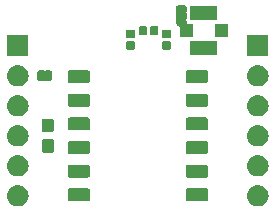
<source format=gts>
G04 #@! TF.GenerationSoftware,KiCad,Pcbnew,(5.0.1)-3*
G04 #@! TF.CreationDate,2018-12-06T00:17:23+01:00*
G04 #@! TF.ProjectId,air602bob,616972363032626F622E6B696361645F,rev?*
G04 #@! TF.SameCoordinates,Original*
G04 #@! TF.FileFunction,Soldermask,Top*
G04 #@! TF.FilePolarity,Negative*
%FSLAX46Y46*%
G04 Gerber Fmt 4.6, Leading zero omitted, Abs format (unit mm)*
G04 Created by KiCad (PCBNEW (5.0.1)-3) date 06/12/2018 00:17:23*
%MOMM*%
%LPD*%
G01*
G04 APERTURE LIST*
%ADD10C,0.100000*%
G04 APERTURE END LIST*
D10*
G36*
X83930443Y-104515519D02*
X83996627Y-104522037D01*
X84109853Y-104556384D01*
X84166467Y-104573557D01*
X84305087Y-104647652D01*
X84322991Y-104657222D01*
X84358729Y-104686552D01*
X84460186Y-104769814D01*
X84533946Y-104859692D01*
X84572778Y-104907009D01*
X84572779Y-104907011D01*
X84656443Y-105063533D01*
X84656443Y-105063534D01*
X84707963Y-105233373D01*
X84725359Y-105410000D01*
X84707963Y-105586627D01*
X84673616Y-105699853D01*
X84656443Y-105756467D01*
X84633009Y-105800308D01*
X84572778Y-105912991D01*
X84543448Y-105948729D01*
X84460186Y-106050186D01*
X84358729Y-106133448D01*
X84322991Y-106162778D01*
X84322989Y-106162779D01*
X84166467Y-106246443D01*
X84109853Y-106263616D01*
X83996627Y-106297963D01*
X83930442Y-106304482D01*
X83864260Y-106311000D01*
X83775740Y-106311000D01*
X83709558Y-106304482D01*
X83643373Y-106297963D01*
X83530147Y-106263616D01*
X83473533Y-106246443D01*
X83317011Y-106162779D01*
X83317009Y-106162778D01*
X83281271Y-106133448D01*
X83179814Y-106050186D01*
X83096552Y-105948729D01*
X83067222Y-105912991D01*
X83006991Y-105800308D01*
X82983557Y-105756467D01*
X82966384Y-105699853D01*
X82932037Y-105586627D01*
X82914641Y-105410000D01*
X82932037Y-105233373D01*
X82983557Y-105063534D01*
X82983557Y-105063533D01*
X83067221Y-104907011D01*
X83067222Y-104907009D01*
X83106054Y-104859692D01*
X83179814Y-104769814D01*
X83281271Y-104686552D01*
X83317009Y-104657222D01*
X83334913Y-104647652D01*
X83473533Y-104573557D01*
X83530147Y-104556384D01*
X83643373Y-104522037D01*
X83709557Y-104515519D01*
X83775740Y-104509000D01*
X83864260Y-104509000D01*
X83930443Y-104515519D01*
X83930443Y-104515519D01*
G37*
G36*
X63610443Y-104515519D02*
X63676627Y-104522037D01*
X63789853Y-104556384D01*
X63846467Y-104573557D01*
X63985087Y-104647652D01*
X64002991Y-104657222D01*
X64038729Y-104686552D01*
X64140186Y-104769814D01*
X64213946Y-104859692D01*
X64252778Y-104907009D01*
X64252779Y-104907011D01*
X64336443Y-105063533D01*
X64336443Y-105063534D01*
X64387963Y-105233373D01*
X64405359Y-105410000D01*
X64387963Y-105586627D01*
X64353616Y-105699853D01*
X64336443Y-105756467D01*
X64313009Y-105800308D01*
X64252778Y-105912991D01*
X64223448Y-105948729D01*
X64140186Y-106050186D01*
X64038729Y-106133448D01*
X64002991Y-106162778D01*
X64002989Y-106162779D01*
X63846467Y-106246443D01*
X63789853Y-106263616D01*
X63676627Y-106297963D01*
X63610442Y-106304482D01*
X63544260Y-106311000D01*
X63455740Y-106311000D01*
X63389558Y-106304482D01*
X63323373Y-106297963D01*
X63210147Y-106263616D01*
X63153533Y-106246443D01*
X62997011Y-106162779D01*
X62997009Y-106162778D01*
X62961271Y-106133448D01*
X62859814Y-106050186D01*
X62776552Y-105948729D01*
X62747222Y-105912991D01*
X62686991Y-105800308D01*
X62663557Y-105756467D01*
X62646384Y-105699853D01*
X62612037Y-105586627D01*
X62594641Y-105410000D01*
X62612037Y-105233373D01*
X62663557Y-105063534D01*
X62663557Y-105063533D01*
X62747221Y-104907011D01*
X62747222Y-104907009D01*
X62786054Y-104859692D01*
X62859814Y-104769814D01*
X62961271Y-104686552D01*
X62997009Y-104657222D01*
X63014913Y-104647652D01*
X63153533Y-104573557D01*
X63210147Y-104556384D01*
X63323373Y-104522037D01*
X63389557Y-104515519D01*
X63455740Y-104509000D01*
X63544260Y-104509000D01*
X63610443Y-104515519D01*
X63610443Y-104515519D01*
G37*
G36*
X79439433Y-104783686D02*
X79479281Y-104795774D01*
X79516001Y-104815401D01*
X79548186Y-104841814D01*
X79574599Y-104873999D01*
X79594226Y-104910719D01*
X79606314Y-104950567D01*
X79611000Y-104998141D01*
X79611000Y-105661859D01*
X79606314Y-105709433D01*
X79594226Y-105749281D01*
X79574599Y-105786001D01*
X79548186Y-105818186D01*
X79516001Y-105844599D01*
X79479281Y-105864226D01*
X79439433Y-105876314D01*
X79391859Y-105881000D01*
X77928141Y-105881000D01*
X77880567Y-105876314D01*
X77840719Y-105864226D01*
X77803999Y-105844599D01*
X77771814Y-105818186D01*
X77745401Y-105786001D01*
X77725774Y-105749281D01*
X77713686Y-105709433D01*
X77709000Y-105661859D01*
X77709000Y-104998141D01*
X77713686Y-104950567D01*
X77725774Y-104910719D01*
X77745401Y-104873999D01*
X77771814Y-104841814D01*
X77803999Y-104815401D01*
X77840719Y-104795774D01*
X77880567Y-104783686D01*
X77928141Y-104779000D01*
X79391859Y-104779000D01*
X79439433Y-104783686D01*
X79439433Y-104783686D01*
G37*
G36*
X69439433Y-104783686D02*
X69479281Y-104795774D01*
X69516001Y-104815401D01*
X69548186Y-104841814D01*
X69574599Y-104873999D01*
X69594226Y-104910719D01*
X69606314Y-104950567D01*
X69611000Y-104998141D01*
X69611000Y-105661859D01*
X69606314Y-105709433D01*
X69594226Y-105749281D01*
X69574599Y-105786001D01*
X69548186Y-105818186D01*
X69516001Y-105844599D01*
X69479281Y-105864226D01*
X69439433Y-105876314D01*
X69391859Y-105881000D01*
X67928141Y-105881000D01*
X67880567Y-105876314D01*
X67840719Y-105864226D01*
X67803999Y-105844599D01*
X67771814Y-105818186D01*
X67745401Y-105786001D01*
X67725774Y-105749281D01*
X67713686Y-105709433D01*
X67709000Y-105661859D01*
X67709000Y-104998141D01*
X67713686Y-104950567D01*
X67725774Y-104910719D01*
X67745401Y-104873999D01*
X67771814Y-104841814D01*
X67803999Y-104815401D01*
X67840719Y-104795774D01*
X67880567Y-104783686D01*
X67928141Y-104779000D01*
X69391859Y-104779000D01*
X69439433Y-104783686D01*
X69439433Y-104783686D01*
G37*
G36*
X79439433Y-102783686D02*
X79479281Y-102795774D01*
X79516001Y-102815401D01*
X79548186Y-102841814D01*
X79574599Y-102873999D01*
X79594226Y-102910719D01*
X79606314Y-102950567D01*
X79611000Y-102998141D01*
X79611000Y-103661859D01*
X79606314Y-103709433D01*
X79594226Y-103749281D01*
X79574599Y-103786001D01*
X79548186Y-103818186D01*
X79516001Y-103844599D01*
X79479281Y-103864226D01*
X79439433Y-103876314D01*
X79391859Y-103881000D01*
X77928141Y-103881000D01*
X77880567Y-103876314D01*
X77840719Y-103864226D01*
X77803999Y-103844599D01*
X77771814Y-103818186D01*
X77745401Y-103786001D01*
X77725774Y-103749281D01*
X77713686Y-103709433D01*
X77709000Y-103661859D01*
X77709000Y-102998141D01*
X77713686Y-102950567D01*
X77725774Y-102910719D01*
X77745401Y-102873999D01*
X77771814Y-102841814D01*
X77803999Y-102815401D01*
X77840719Y-102795774D01*
X77880567Y-102783686D01*
X77928141Y-102779000D01*
X79391859Y-102779000D01*
X79439433Y-102783686D01*
X79439433Y-102783686D01*
G37*
G36*
X69439433Y-102783686D02*
X69479281Y-102795774D01*
X69516001Y-102815401D01*
X69548186Y-102841814D01*
X69574599Y-102873999D01*
X69594226Y-102910719D01*
X69606314Y-102950567D01*
X69611000Y-102998141D01*
X69611000Y-103661859D01*
X69606314Y-103709433D01*
X69594226Y-103749281D01*
X69574599Y-103786001D01*
X69548186Y-103818186D01*
X69516001Y-103844599D01*
X69479281Y-103864226D01*
X69439433Y-103876314D01*
X69391859Y-103881000D01*
X67928141Y-103881000D01*
X67880567Y-103876314D01*
X67840719Y-103864226D01*
X67803999Y-103844599D01*
X67771814Y-103818186D01*
X67745401Y-103786001D01*
X67725774Y-103749281D01*
X67713686Y-103709433D01*
X67709000Y-103661859D01*
X67709000Y-102998141D01*
X67713686Y-102950567D01*
X67725774Y-102910719D01*
X67745401Y-102873999D01*
X67771814Y-102841814D01*
X67803999Y-102815401D01*
X67840719Y-102795774D01*
X67880567Y-102783686D01*
X67928141Y-102779000D01*
X69391859Y-102779000D01*
X69439433Y-102783686D01*
X69439433Y-102783686D01*
G37*
G36*
X63610442Y-101975518D02*
X63676627Y-101982037D01*
X63789853Y-102016384D01*
X63846467Y-102033557D01*
X63985087Y-102107652D01*
X64002991Y-102117222D01*
X64038729Y-102146552D01*
X64140186Y-102229814D01*
X64223448Y-102331271D01*
X64252778Y-102367009D01*
X64252779Y-102367011D01*
X64336443Y-102523533D01*
X64336443Y-102523534D01*
X64387963Y-102693373D01*
X64405359Y-102870000D01*
X64387963Y-103046627D01*
X64353616Y-103159853D01*
X64336443Y-103216467D01*
X64262348Y-103355087D01*
X64252778Y-103372991D01*
X64223448Y-103408729D01*
X64140186Y-103510186D01*
X64038729Y-103593448D01*
X64002991Y-103622778D01*
X64002989Y-103622779D01*
X63846467Y-103706443D01*
X63831678Y-103710929D01*
X63676627Y-103757963D01*
X63610443Y-103764481D01*
X63544260Y-103771000D01*
X63455740Y-103771000D01*
X63389557Y-103764481D01*
X63323373Y-103757963D01*
X63168322Y-103710929D01*
X63153533Y-103706443D01*
X62997011Y-103622779D01*
X62997009Y-103622778D01*
X62961271Y-103593448D01*
X62859814Y-103510186D01*
X62776552Y-103408729D01*
X62747222Y-103372991D01*
X62737652Y-103355087D01*
X62663557Y-103216467D01*
X62646384Y-103159853D01*
X62612037Y-103046627D01*
X62594641Y-102870000D01*
X62612037Y-102693373D01*
X62663557Y-102523534D01*
X62663557Y-102523533D01*
X62747221Y-102367011D01*
X62747222Y-102367009D01*
X62776552Y-102331271D01*
X62859814Y-102229814D01*
X62961271Y-102146552D01*
X62997009Y-102117222D01*
X63014913Y-102107652D01*
X63153533Y-102033557D01*
X63210147Y-102016384D01*
X63323373Y-101982037D01*
X63389558Y-101975518D01*
X63455740Y-101969000D01*
X63544260Y-101969000D01*
X63610442Y-101975518D01*
X63610442Y-101975518D01*
G37*
G36*
X83930442Y-101975518D02*
X83996627Y-101982037D01*
X84109853Y-102016384D01*
X84166467Y-102033557D01*
X84305087Y-102107652D01*
X84322991Y-102117222D01*
X84358729Y-102146552D01*
X84460186Y-102229814D01*
X84543448Y-102331271D01*
X84572778Y-102367009D01*
X84572779Y-102367011D01*
X84656443Y-102523533D01*
X84656443Y-102523534D01*
X84707963Y-102693373D01*
X84725359Y-102870000D01*
X84707963Y-103046627D01*
X84673616Y-103159853D01*
X84656443Y-103216467D01*
X84582348Y-103355087D01*
X84572778Y-103372991D01*
X84543448Y-103408729D01*
X84460186Y-103510186D01*
X84358729Y-103593448D01*
X84322991Y-103622778D01*
X84322989Y-103622779D01*
X84166467Y-103706443D01*
X84151678Y-103710929D01*
X83996627Y-103757963D01*
X83930443Y-103764481D01*
X83864260Y-103771000D01*
X83775740Y-103771000D01*
X83709557Y-103764481D01*
X83643373Y-103757963D01*
X83488322Y-103710929D01*
X83473533Y-103706443D01*
X83317011Y-103622779D01*
X83317009Y-103622778D01*
X83281271Y-103593448D01*
X83179814Y-103510186D01*
X83096552Y-103408729D01*
X83067222Y-103372991D01*
X83057652Y-103355087D01*
X82983557Y-103216467D01*
X82966384Y-103159853D01*
X82932037Y-103046627D01*
X82914641Y-102870000D01*
X82932037Y-102693373D01*
X82983557Y-102523534D01*
X82983557Y-102523533D01*
X83067221Y-102367011D01*
X83067222Y-102367009D01*
X83096552Y-102331271D01*
X83179814Y-102229814D01*
X83281271Y-102146552D01*
X83317009Y-102117222D01*
X83334913Y-102107652D01*
X83473533Y-102033557D01*
X83530147Y-102016384D01*
X83643373Y-101982037D01*
X83709558Y-101975518D01*
X83775740Y-101969000D01*
X83864260Y-101969000D01*
X83930442Y-101975518D01*
X83930442Y-101975518D01*
G37*
G36*
X69439433Y-100783686D02*
X69479281Y-100795774D01*
X69516001Y-100815401D01*
X69548186Y-100841814D01*
X69574599Y-100873999D01*
X69594226Y-100910719D01*
X69606314Y-100950567D01*
X69611000Y-100998141D01*
X69611000Y-101661859D01*
X69606314Y-101709433D01*
X69594226Y-101749281D01*
X69574599Y-101786001D01*
X69548186Y-101818186D01*
X69516001Y-101844599D01*
X69479281Y-101864226D01*
X69439433Y-101876314D01*
X69391859Y-101881000D01*
X67928141Y-101881000D01*
X67880567Y-101876314D01*
X67840719Y-101864226D01*
X67803999Y-101844599D01*
X67771814Y-101818186D01*
X67745401Y-101786001D01*
X67725774Y-101749281D01*
X67713686Y-101709433D01*
X67709000Y-101661859D01*
X67709000Y-100998141D01*
X67713686Y-100950567D01*
X67725774Y-100910719D01*
X67745401Y-100873999D01*
X67771814Y-100841814D01*
X67803999Y-100815401D01*
X67840719Y-100795774D01*
X67880567Y-100783686D01*
X67928141Y-100779000D01*
X69391859Y-100779000D01*
X69439433Y-100783686D01*
X69439433Y-100783686D01*
G37*
G36*
X79439433Y-100783686D02*
X79479281Y-100795774D01*
X79516001Y-100815401D01*
X79548186Y-100841814D01*
X79574599Y-100873999D01*
X79594226Y-100910719D01*
X79606314Y-100950567D01*
X79611000Y-100998141D01*
X79611000Y-101661859D01*
X79606314Y-101709433D01*
X79594226Y-101749281D01*
X79574599Y-101786001D01*
X79548186Y-101818186D01*
X79516001Y-101844599D01*
X79479281Y-101864226D01*
X79439433Y-101876314D01*
X79391859Y-101881000D01*
X77928141Y-101881000D01*
X77880567Y-101876314D01*
X77840719Y-101864226D01*
X77803999Y-101844599D01*
X77771814Y-101818186D01*
X77745401Y-101786001D01*
X77725774Y-101749281D01*
X77713686Y-101709433D01*
X77709000Y-101661859D01*
X77709000Y-100998141D01*
X77713686Y-100950567D01*
X77725774Y-100910719D01*
X77745401Y-100873999D01*
X77771814Y-100841814D01*
X77803999Y-100815401D01*
X77840719Y-100795774D01*
X77880567Y-100783686D01*
X77928141Y-100779000D01*
X79391859Y-100779000D01*
X79439433Y-100783686D01*
X79439433Y-100783686D01*
G37*
G36*
X66404499Y-100633445D02*
X66441993Y-100644819D01*
X66476557Y-100663294D01*
X66506847Y-100688153D01*
X66531706Y-100718443D01*
X66550181Y-100753007D01*
X66561555Y-100790501D01*
X66566000Y-100835638D01*
X66566000Y-101574362D01*
X66561555Y-101619499D01*
X66550181Y-101656993D01*
X66531706Y-101691557D01*
X66506847Y-101721847D01*
X66476557Y-101746706D01*
X66441993Y-101765181D01*
X66404499Y-101776555D01*
X66359362Y-101781000D01*
X65720638Y-101781000D01*
X65675501Y-101776555D01*
X65638007Y-101765181D01*
X65603443Y-101746706D01*
X65573153Y-101721847D01*
X65548294Y-101691557D01*
X65529819Y-101656993D01*
X65518445Y-101619499D01*
X65514000Y-101574362D01*
X65514000Y-100835638D01*
X65518445Y-100790501D01*
X65529819Y-100753007D01*
X65548294Y-100718443D01*
X65573153Y-100688153D01*
X65603443Y-100663294D01*
X65638007Y-100644819D01*
X65675501Y-100633445D01*
X65720638Y-100629000D01*
X66359362Y-100629000D01*
X66404499Y-100633445D01*
X66404499Y-100633445D01*
G37*
G36*
X63610443Y-99435519D02*
X63676627Y-99442037D01*
X63789853Y-99476384D01*
X63846467Y-99493557D01*
X63985087Y-99567652D01*
X64002991Y-99577222D01*
X64037448Y-99605500D01*
X64140186Y-99689814D01*
X64219123Y-99786001D01*
X64252778Y-99827009D01*
X64252779Y-99827011D01*
X64336443Y-99983533D01*
X64340439Y-99996706D01*
X64387963Y-100153373D01*
X64405359Y-100330000D01*
X64387963Y-100506627D01*
X64353616Y-100619853D01*
X64336443Y-100676467D01*
X64295531Y-100753007D01*
X64252778Y-100832991D01*
X64245537Y-100841814D01*
X64140186Y-100970186D01*
X64038729Y-101053448D01*
X64002991Y-101082778D01*
X64002989Y-101082779D01*
X63846467Y-101166443D01*
X63789853Y-101183616D01*
X63676627Y-101217963D01*
X63610443Y-101224481D01*
X63544260Y-101231000D01*
X63455740Y-101231000D01*
X63389558Y-101224482D01*
X63323373Y-101217963D01*
X63210147Y-101183616D01*
X63153533Y-101166443D01*
X62997011Y-101082779D01*
X62997009Y-101082778D01*
X62961271Y-101053448D01*
X62859814Y-100970186D01*
X62754463Y-100841814D01*
X62747222Y-100832991D01*
X62704469Y-100753007D01*
X62663557Y-100676467D01*
X62646384Y-100619853D01*
X62612037Y-100506627D01*
X62594641Y-100330000D01*
X62612037Y-100153373D01*
X62659561Y-99996706D01*
X62663557Y-99983533D01*
X62747221Y-99827011D01*
X62747222Y-99827009D01*
X62780877Y-99786001D01*
X62859814Y-99689814D01*
X62962552Y-99605500D01*
X62997009Y-99577222D01*
X63014913Y-99567652D01*
X63153533Y-99493557D01*
X63210147Y-99476384D01*
X63323373Y-99442037D01*
X63389557Y-99435519D01*
X63455740Y-99429000D01*
X63544260Y-99429000D01*
X63610443Y-99435519D01*
X63610443Y-99435519D01*
G37*
G36*
X83930443Y-99435519D02*
X83996627Y-99442037D01*
X84109853Y-99476384D01*
X84166467Y-99493557D01*
X84305087Y-99567652D01*
X84322991Y-99577222D01*
X84357448Y-99605500D01*
X84460186Y-99689814D01*
X84539123Y-99786001D01*
X84572778Y-99827009D01*
X84572779Y-99827011D01*
X84656443Y-99983533D01*
X84660439Y-99996706D01*
X84707963Y-100153373D01*
X84725359Y-100330000D01*
X84707963Y-100506627D01*
X84673616Y-100619853D01*
X84656443Y-100676467D01*
X84615531Y-100753007D01*
X84572778Y-100832991D01*
X84565537Y-100841814D01*
X84460186Y-100970186D01*
X84358729Y-101053448D01*
X84322991Y-101082778D01*
X84322989Y-101082779D01*
X84166467Y-101166443D01*
X84109853Y-101183616D01*
X83996627Y-101217963D01*
X83930443Y-101224481D01*
X83864260Y-101231000D01*
X83775740Y-101231000D01*
X83709558Y-101224482D01*
X83643373Y-101217963D01*
X83530147Y-101183616D01*
X83473533Y-101166443D01*
X83317011Y-101082779D01*
X83317009Y-101082778D01*
X83281271Y-101053448D01*
X83179814Y-100970186D01*
X83074463Y-100841814D01*
X83067222Y-100832991D01*
X83024469Y-100753007D01*
X82983557Y-100676467D01*
X82966384Y-100619853D01*
X82932037Y-100506627D01*
X82914641Y-100330000D01*
X82932037Y-100153373D01*
X82979561Y-99996706D01*
X82983557Y-99983533D01*
X83067221Y-99827011D01*
X83067222Y-99827009D01*
X83100877Y-99786001D01*
X83179814Y-99689814D01*
X83282552Y-99605500D01*
X83317009Y-99577222D01*
X83334913Y-99567652D01*
X83473533Y-99493557D01*
X83530147Y-99476384D01*
X83643373Y-99442037D01*
X83709558Y-99435518D01*
X83775740Y-99429000D01*
X83864260Y-99429000D01*
X83930443Y-99435519D01*
X83930443Y-99435519D01*
G37*
G36*
X66404499Y-98883445D02*
X66441993Y-98894819D01*
X66476557Y-98913294D01*
X66506847Y-98938153D01*
X66531706Y-98968443D01*
X66550181Y-99003007D01*
X66561555Y-99040501D01*
X66566000Y-99085638D01*
X66566000Y-99824362D01*
X66561555Y-99869499D01*
X66550181Y-99906993D01*
X66531706Y-99941557D01*
X66506847Y-99971847D01*
X66476557Y-99996706D01*
X66441993Y-100015181D01*
X66404499Y-100026555D01*
X66359362Y-100031000D01*
X65720638Y-100031000D01*
X65675501Y-100026555D01*
X65638007Y-100015181D01*
X65603443Y-99996706D01*
X65573153Y-99971847D01*
X65548294Y-99941557D01*
X65529819Y-99906993D01*
X65518445Y-99869499D01*
X65514000Y-99824362D01*
X65514000Y-99085638D01*
X65518445Y-99040501D01*
X65529819Y-99003007D01*
X65548294Y-98968443D01*
X65573153Y-98938153D01*
X65603443Y-98913294D01*
X65638007Y-98894819D01*
X65675501Y-98883445D01*
X65720638Y-98879000D01*
X66359362Y-98879000D01*
X66404499Y-98883445D01*
X66404499Y-98883445D01*
G37*
G36*
X69439433Y-98783686D02*
X69479281Y-98795774D01*
X69516001Y-98815401D01*
X69548186Y-98841814D01*
X69574599Y-98873999D01*
X69594226Y-98910719D01*
X69606314Y-98950567D01*
X69611000Y-98998141D01*
X69611000Y-99661859D01*
X69606314Y-99709433D01*
X69594226Y-99749281D01*
X69574599Y-99786001D01*
X69548186Y-99818186D01*
X69516001Y-99844599D01*
X69479281Y-99864226D01*
X69439433Y-99876314D01*
X69391859Y-99881000D01*
X67928141Y-99881000D01*
X67880567Y-99876314D01*
X67840719Y-99864226D01*
X67803999Y-99844599D01*
X67771814Y-99818186D01*
X67745401Y-99786001D01*
X67725774Y-99749281D01*
X67713686Y-99709433D01*
X67709000Y-99661859D01*
X67709000Y-98998141D01*
X67713686Y-98950567D01*
X67725774Y-98910719D01*
X67745401Y-98873999D01*
X67771814Y-98841814D01*
X67803999Y-98815401D01*
X67840719Y-98795774D01*
X67880567Y-98783686D01*
X67928141Y-98779000D01*
X69391859Y-98779000D01*
X69439433Y-98783686D01*
X69439433Y-98783686D01*
G37*
G36*
X79439433Y-98783686D02*
X79479281Y-98795774D01*
X79516001Y-98815401D01*
X79548186Y-98841814D01*
X79574599Y-98873999D01*
X79594226Y-98910719D01*
X79606314Y-98950567D01*
X79611000Y-98998141D01*
X79611000Y-99661859D01*
X79606314Y-99709433D01*
X79594226Y-99749281D01*
X79574599Y-99786001D01*
X79548186Y-99818186D01*
X79516001Y-99844599D01*
X79479281Y-99864226D01*
X79439433Y-99876314D01*
X79391859Y-99881000D01*
X77928141Y-99881000D01*
X77880567Y-99876314D01*
X77840719Y-99864226D01*
X77803999Y-99844599D01*
X77771814Y-99818186D01*
X77745401Y-99786001D01*
X77725774Y-99749281D01*
X77713686Y-99709433D01*
X77709000Y-99661859D01*
X77709000Y-98998141D01*
X77713686Y-98950567D01*
X77725774Y-98910719D01*
X77745401Y-98873999D01*
X77771814Y-98841814D01*
X77803999Y-98815401D01*
X77840719Y-98795774D01*
X77880567Y-98783686D01*
X77928141Y-98779000D01*
X79391859Y-98779000D01*
X79439433Y-98783686D01*
X79439433Y-98783686D01*
G37*
G36*
X83930442Y-96895518D02*
X83996627Y-96902037D01*
X84109853Y-96936384D01*
X84166467Y-96953557D01*
X84254763Y-97000753D01*
X84322991Y-97037222D01*
X84344044Y-97054500D01*
X84460186Y-97149814D01*
X84543448Y-97251271D01*
X84572778Y-97287009D01*
X84572779Y-97287011D01*
X84656443Y-97443533D01*
X84656443Y-97443534D01*
X84707963Y-97613373D01*
X84725359Y-97790000D01*
X84707963Y-97966627D01*
X84673616Y-98079853D01*
X84656443Y-98136467D01*
X84582348Y-98275087D01*
X84572778Y-98292991D01*
X84543448Y-98328729D01*
X84460186Y-98430186D01*
X84358729Y-98513448D01*
X84322991Y-98542778D01*
X84322989Y-98542779D01*
X84166467Y-98626443D01*
X84109853Y-98643616D01*
X83996627Y-98677963D01*
X83930442Y-98684482D01*
X83864260Y-98691000D01*
X83775740Y-98691000D01*
X83709558Y-98684482D01*
X83643373Y-98677963D01*
X83530147Y-98643616D01*
X83473533Y-98626443D01*
X83317011Y-98542779D01*
X83317009Y-98542778D01*
X83281271Y-98513448D01*
X83179814Y-98430186D01*
X83096552Y-98328729D01*
X83067222Y-98292991D01*
X83057652Y-98275087D01*
X82983557Y-98136467D01*
X82966384Y-98079853D01*
X82932037Y-97966627D01*
X82914641Y-97790000D01*
X82932037Y-97613373D01*
X82983557Y-97443534D01*
X82983557Y-97443533D01*
X83067221Y-97287011D01*
X83067222Y-97287009D01*
X83096552Y-97251271D01*
X83179814Y-97149814D01*
X83295956Y-97054500D01*
X83317009Y-97037222D01*
X83385237Y-97000753D01*
X83473533Y-96953557D01*
X83530147Y-96936384D01*
X83643373Y-96902037D01*
X83709558Y-96895518D01*
X83775740Y-96889000D01*
X83864260Y-96889000D01*
X83930442Y-96895518D01*
X83930442Y-96895518D01*
G37*
G36*
X63610442Y-96895518D02*
X63676627Y-96902037D01*
X63789853Y-96936384D01*
X63846467Y-96953557D01*
X63934763Y-97000753D01*
X64002991Y-97037222D01*
X64024044Y-97054500D01*
X64140186Y-97149814D01*
X64223448Y-97251271D01*
X64252778Y-97287009D01*
X64252779Y-97287011D01*
X64336443Y-97443533D01*
X64336443Y-97443534D01*
X64387963Y-97613373D01*
X64405359Y-97790000D01*
X64387963Y-97966627D01*
X64353616Y-98079853D01*
X64336443Y-98136467D01*
X64262348Y-98275087D01*
X64252778Y-98292991D01*
X64223448Y-98328729D01*
X64140186Y-98430186D01*
X64038729Y-98513448D01*
X64002991Y-98542778D01*
X64002989Y-98542779D01*
X63846467Y-98626443D01*
X63789853Y-98643616D01*
X63676627Y-98677963D01*
X63610442Y-98684482D01*
X63544260Y-98691000D01*
X63455740Y-98691000D01*
X63389558Y-98684482D01*
X63323373Y-98677963D01*
X63210147Y-98643616D01*
X63153533Y-98626443D01*
X62997011Y-98542779D01*
X62997009Y-98542778D01*
X62961271Y-98513448D01*
X62859814Y-98430186D01*
X62776552Y-98328729D01*
X62747222Y-98292991D01*
X62737652Y-98275087D01*
X62663557Y-98136467D01*
X62646384Y-98079853D01*
X62612037Y-97966627D01*
X62594641Y-97790000D01*
X62612037Y-97613373D01*
X62663557Y-97443534D01*
X62663557Y-97443533D01*
X62747221Y-97287011D01*
X62747222Y-97287009D01*
X62776552Y-97251271D01*
X62859814Y-97149814D01*
X62975956Y-97054500D01*
X62997009Y-97037222D01*
X63065237Y-97000753D01*
X63153533Y-96953557D01*
X63210147Y-96936384D01*
X63323373Y-96902037D01*
X63389558Y-96895518D01*
X63455740Y-96889000D01*
X63544260Y-96889000D01*
X63610442Y-96895518D01*
X63610442Y-96895518D01*
G37*
G36*
X79439433Y-96783686D02*
X79479281Y-96795774D01*
X79516001Y-96815401D01*
X79548186Y-96841814D01*
X79574599Y-96873999D01*
X79594226Y-96910719D01*
X79606314Y-96950567D01*
X79611000Y-96998141D01*
X79611000Y-97661859D01*
X79606314Y-97709433D01*
X79594226Y-97749281D01*
X79574599Y-97786001D01*
X79548186Y-97818186D01*
X79516001Y-97844599D01*
X79479281Y-97864226D01*
X79439433Y-97876314D01*
X79391859Y-97881000D01*
X77928141Y-97881000D01*
X77880567Y-97876314D01*
X77840719Y-97864226D01*
X77803999Y-97844599D01*
X77771814Y-97818186D01*
X77745401Y-97786001D01*
X77725774Y-97749281D01*
X77713686Y-97709433D01*
X77709000Y-97661859D01*
X77709000Y-96998141D01*
X77713686Y-96950567D01*
X77725774Y-96910719D01*
X77745401Y-96873999D01*
X77771814Y-96841814D01*
X77803999Y-96815401D01*
X77840719Y-96795774D01*
X77880567Y-96783686D01*
X77928141Y-96779000D01*
X79391859Y-96779000D01*
X79439433Y-96783686D01*
X79439433Y-96783686D01*
G37*
G36*
X69439433Y-96783686D02*
X69479281Y-96795774D01*
X69516001Y-96815401D01*
X69548186Y-96841814D01*
X69574599Y-96873999D01*
X69594226Y-96910719D01*
X69606314Y-96950567D01*
X69611000Y-96998141D01*
X69611000Y-97661859D01*
X69606314Y-97709433D01*
X69594226Y-97749281D01*
X69574599Y-97786001D01*
X69548186Y-97818186D01*
X69516001Y-97844599D01*
X69479281Y-97864226D01*
X69439433Y-97876314D01*
X69391859Y-97881000D01*
X67928141Y-97881000D01*
X67880567Y-97876314D01*
X67840719Y-97864226D01*
X67803999Y-97844599D01*
X67771814Y-97818186D01*
X67745401Y-97786001D01*
X67725774Y-97749281D01*
X67713686Y-97709433D01*
X67709000Y-97661859D01*
X67709000Y-96998141D01*
X67713686Y-96950567D01*
X67725774Y-96910719D01*
X67745401Y-96873999D01*
X67771814Y-96841814D01*
X67803999Y-96815401D01*
X67840719Y-96795774D01*
X67880567Y-96783686D01*
X67928141Y-96779000D01*
X69391859Y-96779000D01*
X69439433Y-96783686D01*
X69439433Y-96783686D01*
G37*
G36*
X63610442Y-94355518D02*
X63676627Y-94362037D01*
X63789853Y-94396384D01*
X63846467Y-94413557D01*
X63985087Y-94487652D01*
X64002991Y-94497222D01*
X64038729Y-94526552D01*
X64140186Y-94609814D01*
X64223448Y-94711271D01*
X64252778Y-94747009D01*
X64252779Y-94747011D01*
X64336443Y-94903533D01*
X64350710Y-94950567D01*
X64387963Y-95073373D01*
X64405359Y-95250000D01*
X64387963Y-95426627D01*
X64360999Y-95515515D01*
X64336443Y-95596467D01*
X64275261Y-95710929D01*
X64252778Y-95752991D01*
X64225687Y-95786001D01*
X64140186Y-95890186D01*
X64038729Y-95973448D01*
X64002991Y-96002778D01*
X64002989Y-96002779D01*
X63846467Y-96086443D01*
X63789853Y-96103616D01*
X63676627Y-96137963D01*
X63610442Y-96144482D01*
X63544260Y-96151000D01*
X63455740Y-96151000D01*
X63389558Y-96144482D01*
X63323373Y-96137963D01*
X63210147Y-96103616D01*
X63153533Y-96086443D01*
X62997011Y-96002779D01*
X62997009Y-96002778D01*
X62961271Y-95973448D01*
X62859814Y-95890186D01*
X62774313Y-95786001D01*
X62747222Y-95752991D01*
X62724739Y-95710929D01*
X62663557Y-95596467D01*
X62639001Y-95515515D01*
X62612037Y-95426627D01*
X62594641Y-95250000D01*
X62612037Y-95073373D01*
X62649290Y-94950567D01*
X62663557Y-94903533D01*
X62747221Y-94747011D01*
X62747222Y-94747009D01*
X62776552Y-94711271D01*
X62859814Y-94609814D01*
X62961271Y-94526552D01*
X62997009Y-94497222D01*
X63014913Y-94487652D01*
X63153533Y-94413557D01*
X63210147Y-94396384D01*
X63323373Y-94362037D01*
X63389558Y-94355518D01*
X63455740Y-94349000D01*
X63544260Y-94349000D01*
X63610442Y-94355518D01*
X63610442Y-94355518D01*
G37*
G36*
X83930442Y-94355518D02*
X83996627Y-94362037D01*
X84109853Y-94396384D01*
X84166467Y-94413557D01*
X84305087Y-94487652D01*
X84322991Y-94497222D01*
X84358729Y-94526552D01*
X84460186Y-94609814D01*
X84543448Y-94711271D01*
X84572778Y-94747009D01*
X84572779Y-94747011D01*
X84656443Y-94903533D01*
X84670710Y-94950567D01*
X84707963Y-95073373D01*
X84725359Y-95250000D01*
X84707963Y-95426627D01*
X84680999Y-95515515D01*
X84656443Y-95596467D01*
X84595261Y-95710929D01*
X84572778Y-95752991D01*
X84545687Y-95786001D01*
X84460186Y-95890186D01*
X84358729Y-95973448D01*
X84322991Y-96002778D01*
X84322989Y-96002779D01*
X84166467Y-96086443D01*
X84109853Y-96103616D01*
X83996627Y-96137963D01*
X83930442Y-96144482D01*
X83864260Y-96151000D01*
X83775740Y-96151000D01*
X83709558Y-96144482D01*
X83643373Y-96137963D01*
X83530147Y-96103616D01*
X83473533Y-96086443D01*
X83317011Y-96002779D01*
X83317009Y-96002778D01*
X83281271Y-95973448D01*
X83179814Y-95890186D01*
X83094313Y-95786001D01*
X83067222Y-95752991D01*
X83044739Y-95710929D01*
X82983557Y-95596467D01*
X82959001Y-95515515D01*
X82932037Y-95426627D01*
X82914641Y-95250000D01*
X82932037Y-95073373D01*
X82969290Y-94950567D01*
X82983557Y-94903533D01*
X83067221Y-94747011D01*
X83067222Y-94747009D01*
X83096552Y-94711271D01*
X83179814Y-94609814D01*
X83281271Y-94526552D01*
X83317009Y-94497222D01*
X83334913Y-94487652D01*
X83473533Y-94413557D01*
X83530147Y-94396384D01*
X83643373Y-94362037D01*
X83709558Y-94355518D01*
X83775740Y-94349000D01*
X83864260Y-94349000D01*
X83930442Y-94355518D01*
X83930442Y-94355518D01*
G37*
G36*
X79439433Y-94783686D02*
X79479281Y-94795774D01*
X79516001Y-94815401D01*
X79548186Y-94841814D01*
X79574599Y-94873999D01*
X79594226Y-94910719D01*
X79606314Y-94950567D01*
X79611000Y-94998141D01*
X79611000Y-95661859D01*
X79606314Y-95709433D01*
X79594226Y-95749281D01*
X79574599Y-95786001D01*
X79548186Y-95818186D01*
X79516001Y-95844599D01*
X79479281Y-95864226D01*
X79439433Y-95876314D01*
X79391859Y-95881000D01*
X77928141Y-95881000D01*
X77880567Y-95876314D01*
X77840719Y-95864226D01*
X77803999Y-95844599D01*
X77771814Y-95818186D01*
X77745401Y-95786001D01*
X77725774Y-95749281D01*
X77713686Y-95709433D01*
X77709000Y-95661859D01*
X77709000Y-94998141D01*
X77713686Y-94950567D01*
X77725774Y-94910719D01*
X77745401Y-94873999D01*
X77771814Y-94841814D01*
X77803999Y-94815401D01*
X77840719Y-94795774D01*
X77880567Y-94783686D01*
X77928141Y-94779000D01*
X79391859Y-94779000D01*
X79439433Y-94783686D01*
X79439433Y-94783686D01*
G37*
G36*
X69439433Y-94783686D02*
X69479281Y-94795774D01*
X69516001Y-94815401D01*
X69548186Y-94841814D01*
X69574599Y-94873999D01*
X69594226Y-94910719D01*
X69606314Y-94950567D01*
X69611000Y-94998141D01*
X69611000Y-95661859D01*
X69606314Y-95709433D01*
X69594226Y-95749281D01*
X69574599Y-95786001D01*
X69548186Y-95818186D01*
X69516001Y-95844599D01*
X69479281Y-95864226D01*
X69439433Y-95876314D01*
X69391859Y-95881000D01*
X67928141Y-95881000D01*
X67880567Y-95876314D01*
X67840719Y-95864226D01*
X67803999Y-95844599D01*
X67771814Y-95818186D01*
X67745401Y-95786001D01*
X67725774Y-95749281D01*
X67713686Y-95709433D01*
X67709000Y-95661859D01*
X67709000Y-94998141D01*
X67713686Y-94950567D01*
X67725774Y-94910719D01*
X67745401Y-94873999D01*
X67771814Y-94841814D01*
X67803999Y-94815401D01*
X67840719Y-94795774D01*
X67880567Y-94783686D01*
X67928141Y-94779000D01*
X69391859Y-94779000D01*
X69439433Y-94783686D01*
X69439433Y-94783686D01*
G37*
G36*
X65676999Y-94797197D02*
X65686611Y-94800113D01*
X65702560Y-94808638D01*
X65709612Y-94813351D01*
X65732250Y-94822730D01*
X65756283Y-94827513D01*
X65780788Y-94827515D01*
X65804822Y-94822737D01*
X65827461Y-94813362D01*
X65827892Y-94813074D01*
X65847389Y-94802653D01*
X65857001Y-94799737D01*
X65873140Y-94798148D01*
X66160861Y-94798148D01*
X66164526Y-94798509D01*
X66176778Y-94799111D01*
X66180463Y-94799111D01*
X66202743Y-94801305D01*
X66229148Y-94806558D01*
X66250570Y-94813056D01*
X66275456Y-94823365D01*
X66295185Y-94833910D01*
X66317585Y-94848877D01*
X66322347Y-94852785D01*
X66322350Y-94852787D01*
X66326611Y-94856284D01*
X66334887Y-94863076D01*
X66353924Y-94882113D01*
X66368123Y-94899415D01*
X66383090Y-94921815D01*
X66393635Y-94941544D01*
X66403944Y-94966430D01*
X66410442Y-94987852D01*
X66415695Y-95014257D01*
X66417889Y-95036537D01*
X66417889Y-95040222D01*
X66418491Y-95052474D01*
X66418852Y-95056139D01*
X66418852Y-95443861D01*
X66418491Y-95447526D01*
X66417889Y-95459778D01*
X66417889Y-95463463D01*
X66415695Y-95485743D01*
X66410442Y-95512148D01*
X66403944Y-95533570D01*
X66393635Y-95558456D01*
X66383090Y-95578185D01*
X66368123Y-95600585D01*
X66364215Y-95605347D01*
X66364213Y-95605350D01*
X66360716Y-95609611D01*
X66353924Y-95617887D01*
X66334887Y-95636924D01*
X66330116Y-95640839D01*
X66322350Y-95647213D01*
X66322347Y-95647215D01*
X66317585Y-95651123D01*
X66295185Y-95666090D01*
X66275456Y-95676635D01*
X66250570Y-95686944D01*
X66229148Y-95693442D01*
X66202743Y-95698695D01*
X66180463Y-95700889D01*
X66176778Y-95700889D01*
X66164526Y-95701491D01*
X66160861Y-95701852D01*
X65873140Y-95701852D01*
X65857001Y-95700263D01*
X65847389Y-95697347D01*
X65831440Y-95688822D01*
X65824388Y-95684109D01*
X65801750Y-95674730D01*
X65777717Y-95669947D01*
X65753212Y-95669945D01*
X65729178Y-95674723D01*
X65706539Y-95684098D01*
X65706108Y-95684386D01*
X65686611Y-95694807D01*
X65676999Y-95697723D01*
X65660860Y-95699312D01*
X65373139Y-95699312D01*
X65369474Y-95698951D01*
X65357222Y-95698349D01*
X65353537Y-95698349D01*
X65331257Y-95696155D01*
X65304852Y-95690902D01*
X65283430Y-95684404D01*
X65258544Y-95674095D01*
X65238815Y-95663550D01*
X65216415Y-95648583D01*
X65211653Y-95644675D01*
X65211650Y-95644673D01*
X65203884Y-95638299D01*
X65199113Y-95634384D01*
X65180076Y-95615347D01*
X65165877Y-95598045D01*
X65150910Y-95575645D01*
X65140365Y-95555916D01*
X65130056Y-95531030D01*
X65123558Y-95509608D01*
X65118305Y-95483203D01*
X65116111Y-95460923D01*
X65116111Y-95457238D01*
X65115509Y-95444986D01*
X65115148Y-95441321D01*
X65115148Y-95053599D01*
X65115509Y-95049934D01*
X65116111Y-95037682D01*
X65116111Y-95033997D01*
X65118305Y-95011717D01*
X65123558Y-94985312D01*
X65130056Y-94963890D01*
X65140365Y-94939004D01*
X65150910Y-94919275D01*
X65165877Y-94896875D01*
X65180076Y-94879573D01*
X65199113Y-94860536D01*
X65208555Y-94852787D01*
X65211650Y-94850247D01*
X65211653Y-94850245D01*
X65216415Y-94846337D01*
X65238815Y-94831370D01*
X65258544Y-94820825D01*
X65283430Y-94810516D01*
X65304852Y-94804018D01*
X65331257Y-94798765D01*
X65353537Y-94796571D01*
X65357222Y-94796571D01*
X65369474Y-94795969D01*
X65373139Y-94795608D01*
X65660860Y-94795608D01*
X65676999Y-94797197D01*
X65676999Y-94797197D01*
G37*
G36*
X64401000Y-93611000D02*
X62599000Y-93611000D01*
X62599000Y-91809000D01*
X64401000Y-91809000D01*
X64401000Y-93611000D01*
X64401000Y-93611000D01*
G37*
G36*
X84721000Y-93611000D02*
X82919000Y-93611000D01*
X82919000Y-91809000D01*
X84721000Y-91809000D01*
X84721000Y-93611000D01*
X84721000Y-93611000D01*
G37*
G36*
X80399000Y-93491000D02*
X78097000Y-93491000D01*
X78097000Y-92339000D01*
X80399000Y-92339000D01*
X80399000Y-93491000D01*
X80399000Y-93491000D01*
G37*
G36*
X76354938Y-92343716D02*
X76375556Y-92349970D01*
X76394556Y-92360126D01*
X76411208Y-92373792D01*
X76424874Y-92390444D01*
X76435030Y-92409444D01*
X76441284Y-92430062D01*
X76444000Y-92457640D01*
X76444000Y-92916360D01*
X76441284Y-92943938D01*
X76435030Y-92964556D01*
X76424874Y-92983556D01*
X76411208Y-93000208D01*
X76394556Y-93013874D01*
X76375556Y-93024030D01*
X76354938Y-93030284D01*
X76327360Y-93033000D01*
X75818640Y-93033000D01*
X75791062Y-93030284D01*
X75770444Y-93024030D01*
X75751444Y-93013874D01*
X75734792Y-93000208D01*
X75721126Y-92983556D01*
X75710970Y-92964556D01*
X75704716Y-92943938D01*
X75702000Y-92916360D01*
X75702000Y-92457640D01*
X75704716Y-92430062D01*
X75710970Y-92409444D01*
X75721126Y-92390444D01*
X75734792Y-92373792D01*
X75751444Y-92360126D01*
X75770444Y-92349970D01*
X75791062Y-92343716D01*
X75818640Y-92341000D01*
X76327360Y-92341000D01*
X76354938Y-92343716D01*
X76354938Y-92343716D01*
G37*
G36*
X73306938Y-92343716D02*
X73327556Y-92349970D01*
X73346556Y-92360126D01*
X73363208Y-92373792D01*
X73376874Y-92390444D01*
X73387030Y-92409444D01*
X73393284Y-92430062D01*
X73396000Y-92457640D01*
X73396000Y-92916360D01*
X73393284Y-92943938D01*
X73387030Y-92964556D01*
X73376874Y-92983556D01*
X73363208Y-93000208D01*
X73346556Y-93013874D01*
X73327556Y-93024030D01*
X73306938Y-93030284D01*
X73279360Y-93033000D01*
X72770640Y-93033000D01*
X72743062Y-93030284D01*
X72722444Y-93024030D01*
X72703444Y-93013874D01*
X72686792Y-93000208D01*
X72673126Y-92983556D01*
X72662970Y-92964556D01*
X72656716Y-92943938D01*
X72654000Y-92916360D01*
X72654000Y-92457640D01*
X72656716Y-92430062D01*
X72662970Y-92409444D01*
X72673126Y-92390444D01*
X72686792Y-92373792D01*
X72703444Y-92360126D01*
X72722444Y-92349970D01*
X72743062Y-92343716D01*
X72770640Y-92341000D01*
X73279360Y-92341000D01*
X73306938Y-92343716D01*
X73306938Y-92343716D01*
G37*
G36*
X76354938Y-91373716D02*
X76375556Y-91379970D01*
X76394556Y-91390126D01*
X76411208Y-91403792D01*
X76424874Y-91420444D01*
X76435030Y-91439444D01*
X76441284Y-91460062D01*
X76444000Y-91487640D01*
X76444000Y-91946360D01*
X76441284Y-91973938D01*
X76435030Y-91994556D01*
X76424874Y-92013556D01*
X76411208Y-92030208D01*
X76394556Y-92043874D01*
X76375556Y-92054030D01*
X76354938Y-92060284D01*
X76327360Y-92063000D01*
X75818640Y-92063000D01*
X75791062Y-92060284D01*
X75770444Y-92054030D01*
X75751444Y-92043874D01*
X75734792Y-92030208D01*
X75721126Y-92013556D01*
X75710970Y-91994556D01*
X75704716Y-91973938D01*
X75702000Y-91946360D01*
X75702000Y-91487640D01*
X75704716Y-91460062D01*
X75710970Y-91439444D01*
X75721126Y-91420444D01*
X75734792Y-91403792D01*
X75751444Y-91390126D01*
X75770444Y-91379970D01*
X75791062Y-91373716D01*
X75818640Y-91371000D01*
X76327360Y-91371000D01*
X76354938Y-91373716D01*
X76354938Y-91373716D01*
G37*
G36*
X73306938Y-91373716D02*
X73327556Y-91379970D01*
X73346556Y-91390126D01*
X73363208Y-91403792D01*
X73376874Y-91420444D01*
X73387030Y-91439444D01*
X73393284Y-91460062D01*
X73396000Y-91487640D01*
X73396000Y-91946360D01*
X73393284Y-91973938D01*
X73387030Y-91994556D01*
X73376874Y-92013556D01*
X73363208Y-92030208D01*
X73346556Y-92043874D01*
X73327556Y-92054030D01*
X73306938Y-92060284D01*
X73279360Y-92063000D01*
X72770640Y-92063000D01*
X72743062Y-92060284D01*
X72722444Y-92054030D01*
X72703444Y-92043874D01*
X72686792Y-92030208D01*
X72673126Y-92013556D01*
X72662970Y-91994556D01*
X72656716Y-91973938D01*
X72654000Y-91946360D01*
X72654000Y-91487640D01*
X72656716Y-91460062D01*
X72662970Y-91439444D01*
X72673126Y-91420444D01*
X72686792Y-91403792D01*
X72703444Y-91390126D01*
X72722444Y-91379970D01*
X72743062Y-91373716D01*
X72770640Y-91371000D01*
X73279360Y-91371000D01*
X73306938Y-91373716D01*
X73306938Y-91373716D01*
G37*
G36*
X81299000Y-91991000D02*
X80197000Y-91991000D01*
X80197000Y-90889000D01*
X81299000Y-90889000D01*
X81299000Y-91991000D01*
X81299000Y-91991000D01*
G37*
G36*
X77543066Y-89264509D02*
X77555318Y-89265111D01*
X77559003Y-89265111D01*
X77581283Y-89267305D01*
X77607688Y-89272558D01*
X77629110Y-89279056D01*
X77653996Y-89289365D01*
X77673725Y-89299910D01*
X77696125Y-89314877D01*
X77700887Y-89318785D01*
X77700890Y-89318787D01*
X77705151Y-89322284D01*
X77713427Y-89329076D01*
X77732464Y-89348113D01*
X77746663Y-89365415D01*
X77761630Y-89387815D01*
X77772175Y-89407544D01*
X77782484Y-89432430D01*
X77788982Y-89453852D01*
X77794235Y-89480257D01*
X77796429Y-89502537D01*
X77796429Y-89506222D01*
X77797031Y-89518474D01*
X77797392Y-89522139D01*
X77797392Y-89809860D01*
X77795803Y-89825999D01*
X77792887Y-89835611D01*
X77784362Y-89851560D01*
X77779649Y-89858612D01*
X77770270Y-89881250D01*
X77765487Y-89905283D01*
X77765485Y-89929788D01*
X77770263Y-89953822D01*
X77779638Y-89976461D01*
X77779926Y-89976892D01*
X77790347Y-89996389D01*
X77793263Y-90006001D01*
X77794852Y-90022140D01*
X77794852Y-90309861D01*
X77794491Y-90313526D01*
X77793889Y-90325778D01*
X77793889Y-90329463D01*
X77791695Y-90351743D01*
X77786442Y-90378148D01*
X77779944Y-90399570D01*
X77767701Y-90429126D01*
X77760588Y-90452575D01*
X77758186Y-90476961D01*
X77760588Y-90501347D01*
X77767701Y-90524796D01*
X77776668Y-90546446D01*
X77794000Y-90633579D01*
X77794000Y-90722421D01*
X77790580Y-90739614D01*
X77788178Y-90764000D01*
X77790580Y-90788386D01*
X77797693Y-90811835D01*
X77809244Y-90833446D01*
X77824790Y-90852388D01*
X77843732Y-90867934D01*
X77865342Y-90879485D01*
X77888792Y-90886598D01*
X77913178Y-90889000D01*
X78299000Y-90889000D01*
X78299000Y-91991000D01*
X77197000Y-91991000D01*
X77197000Y-91189206D01*
X77194598Y-91164820D01*
X77187485Y-91141371D01*
X77175934Y-91119760D01*
X77160388Y-91100818D01*
X77141446Y-91085272D01*
X77137959Y-91083409D01*
X77129373Y-91077672D01*
X77129371Y-91077671D01*
X77055504Y-91028314D01*
X77055503Y-91028313D01*
X77055500Y-91028311D01*
X76992689Y-90965500D01*
X76992686Y-90965496D01*
X76943329Y-90891629D01*
X76941245Y-90886598D01*
X76909331Y-90809552D01*
X76892000Y-90722421D01*
X76892000Y-90633579D01*
X76909332Y-90546446D01*
X76918299Y-90524796D01*
X76925412Y-90501347D01*
X76927814Y-90476961D01*
X76925412Y-90452574D01*
X76918299Y-90429126D01*
X76906056Y-90399570D01*
X76899558Y-90378148D01*
X76894305Y-90351743D01*
X76892111Y-90329463D01*
X76892111Y-90325778D01*
X76891509Y-90313526D01*
X76891148Y-90309861D01*
X76891148Y-90022140D01*
X76892737Y-90006001D01*
X76895653Y-89996389D01*
X76904178Y-89980440D01*
X76908891Y-89973388D01*
X76918270Y-89950750D01*
X76923053Y-89926717D01*
X76923055Y-89902212D01*
X76918277Y-89878178D01*
X76908902Y-89855539D01*
X76908614Y-89855108D01*
X76898193Y-89835611D01*
X76895277Y-89825999D01*
X76893688Y-89809860D01*
X76893688Y-89522139D01*
X76894049Y-89518474D01*
X76894651Y-89506222D01*
X76894651Y-89502537D01*
X76896845Y-89480257D01*
X76902098Y-89453852D01*
X76908596Y-89432430D01*
X76918905Y-89407544D01*
X76929450Y-89387815D01*
X76944417Y-89365415D01*
X76958616Y-89348113D01*
X76977653Y-89329076D01*
X76985929Y-89322284D01*
X76990190Y-89318787D01*
X76990193Y-89318785D01*
X76994955Y-89314877D01*
X77017355Y-89299910D01*
X77037084Y-89289365D01*
X77061970Y-89279056D01*
X77083392Y-89272558D01*
X77109797Y-89267305D01*
X77132077Y-89265111D01*
X77135762Y-89265111D01*
X77148014Y-89264509D01*
X77151679Y-89264148D01*
X77539401Y-89264148D01*
X77543066Y-89264509D01*
X77543066Y-89264509D01*
G37*
G36*
X74343938Y-91071716D02*
X74364556Y-91077970D01*
X74383556Y-91088126D01*
X74400208Y-91101792D01*
X74413874Y-91118444D01*
X74424030Y-91137444D01*
X74430284Y-91158062D01*
X74433000Y-91185640D01*
X74433000Y-91694360D01*
X74430284Y-91721938D01*
X74424030Y-91742556D01*
X74413874Y-91761556D01*
X74400208Y-91778208D01*
X74383556Y-91791874D01*
X74364556Y-91802030D01*
X74343938Y-91808284D01*
X74316360Y-91811000D01*
X73857640Y-91811000D01*
X73830062Y-91808284D01*
X73809444Y-91802030D01*
X73790444Y-91791874D01*
X73773792Y-91778208D01*
X73760126Y-91761556D01*
X73749970Y-91742556D01*
X73743716Y-91721938D01*
X73741000Y-91694360D01*
X73741000Y-91185640D01*
X73743716Y-91158062D01*
X73749970Y-91137444D01*
X73760126Y-91118444D01*
X73773792Y-91101792D01*
X73790444Y-91088126D01*
X73809444Y-91077970D01*
X73830062Y-91071716D01*
X73857640Y-91069000D01*
X74316360Y-91069000D01*
X74343938Y-91071716D01*
X74343938Y-91071716D01*
G37*
G36*
X75313938Y-91071716D02*
X75334556Y-91077970D01*
X75353556Y-91088126D01*
X75370208Y-91101792D01*
X75383874Y-91118444D01*
X75394030Y-91137444D01*
X75400284Y-91158062D01*
X75403000Y-91185640D01*
X75403000Y-91694360D01*
X75400284Y-91721938D01*
X75394030Y-91742556D01*
X75383874Y-91761556D01*
X75370208Y-91778208D01*
X75353556Y-91791874D01*
X75334556Y-91802030D01*
X75313938Y-91808284D01*
X75286360Y-91811000D01*
X74827640Y-91811000D01*
X74800062Y-91808284D01*
X74779444Y-91802030D01*
X74760444Y-91791874D01*
X74743792Y-91778208D01*
X74730126Y-91761556D01*
X74719970Y-91742556D01*
X74713716Y-91721938D01*
X74711000Y-91694360D01*
X74711000Y-91185640D01*
X74713716Y-91158062D01*
X74719970Y-91137444D01*
X74730126Y-91118444D01*
X74743792Y-91101792D01*
X74760444Y-91088126D01*
X74779444Y-91077970D01*
X74800062Y-91071716D01*
X74827640Y-91069000D01*
X75286360Y-91069000D01*
X75313938Y-91071716D01*
X75313938Y-91071716D01*
G37*
G36*
X80399000Y-90541000D02*
X78097000Y-90541000D01*
X78097000Y-89389000D01*
X80399000Y-89389000D01*
X80399000Y-90541000D01*
X80399000Y-90541000D01*
G37*
M02*

</source>
